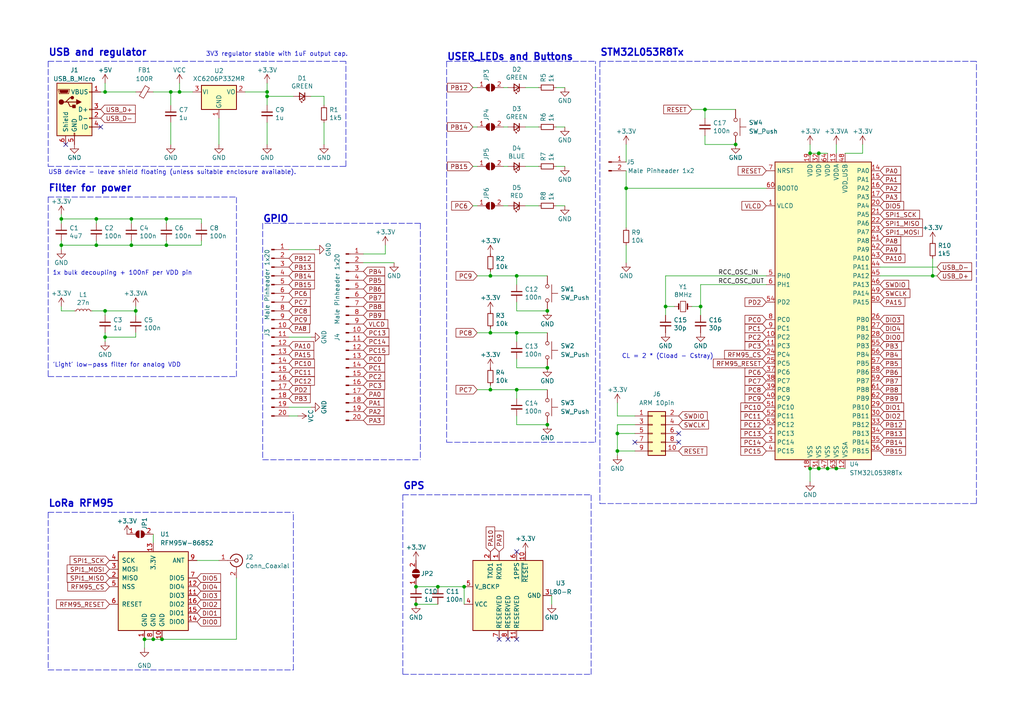
<source format=kicad_sch>
(kicad_sch (version 20211123) (generator eeschema)
  (paper "A4")
  (junction (at 134.62 170.18))
  (junction (at 234.95 135.89))
  (junction (at 237.49 135.89))
  (junction (at 46.99 185.42))
  (junction (at 158.75 90.17))
  (junction (at 213.36 41.91))
  (junction (at 38.1 63.5))
  (junction (at 48.26 71.12))
  (junction (at 49.53 26.67))
  (junction (at 142.24 96.52))
  (junction (at 30.48 26.67))
  (junction (at 48.26 63.5))
  (junction (at 234.95 44.45))
  (junction (at 120.65 170.18))
  (junction (at 242.57 135.89))
  (junction (at 158.75 123.19))
  (junction (at 120.65 175.26))
  (junction (at 179.07 130.81))
  (junction (at 149.86 80.01))
  (junction (at 203.2 88.9))
  (junction (at 38.1 71.12))
  (junction (at 52.07 26.67))
  (junction (at 27.94 63.5))
  (junction (at 39.37 90.17))
  (junction (at 30.48 97.79))
  (junction (at 181.61 54.61))
  (junction (at 77.47 27.94))
  (junction (at 30.48 90.17))
  (junction (at 127 170.18))
  (junction (at 27.94 71.12))
  (junction (at 270.51 80.01))
  (junction (at 142.24 113.03))
  (junction (at 149.86 96.52))
  (junction (at 158.75 106.68))
  (junction (at 17.78 63.5))
  (junction (at 142.24 80.01))
  (junction (at 17.78 71.12))
  (junction (at 240.03 135.89))
  (junction (at 77.47 26.67))
  (junction (at 149.86 113.03))
  (junction (at 44.45 185.42))
  (junction (at 193.04 88.9))
  (junction (at 237.49 44.45))
  (junction (at 41.91 185.42))
  (junction (at 179.07 125.73))
  (junction (at 204.47 31.75))
  (no_connect (at 184.15 128.27))
  (no_connect (at 149.86 185.42))
  (no_connect (at 149.86 160.02))
  (no_connect (at 19.05 41.91))
  (no_connect (at 144.78 185.42))
  (no_connect (at 196.85 128.27))
  (no_connect (at 196.85 125.73))
  (no_connect (at 147.32 185.42))
  (no_connect (at 29.21 36.83))
  (wire (pts (xy 26.67 90.17) (xy 30.48 90.17)))
  (wire (pts (xy 149.86 80.01) (xy 149.86 82.55)))
  (wire (pts (xy 134.62 170.18) (xy 134.62 175.26)))
  (wire (pts (xy 142.24 78.74) (xy 142.24 80.01)))
  (wire (pts (xy 27.94 71.12) (xy 38.1 71.12)))
  (wire (pts (xy 271.78 80.01) (xy 270.51 80.01)))
  (wire (pts (xy 93.98 27.94) (xy 90.17 27.94)))
  (wire (pts (xy 71.12 26.67) (xy 77.47 26.67)))
  (wire (pts (xy 137.16 25.4) (xy 138.43 25.4)))
  (wire (pts (xy 48.26 69.85) (xy 48.26 71.12)))
  (wire (pts (xy 93.98 41.91) (xy 93.98 35.56)))
  (wire (pts (xy 149.86 90.17) (xy 158.75 90.17)))
  (wire (pts (xy 149.86 104.14) (xy 149.86 106.68)))
  (wire (pts (xy 179.07 132.08) (xy 179.07 130.81)))
  (wire (pts (xy 149.86 96.52) (xy 149.86 99.06)))
  (wire (pts (xy 83.82 97.79) (xy 90.17 97.79)))
  (polyline (pts (xy 13.97 194.31) (xy 85.09 194.31)))
  (wire (pts (xy 48.26 71.12) (xy 58.42 71.12)))
  (polyline (pts (xy 76.2 64.77) (xy 76.2 133.35)))
  (wire (pts (xy 77.47 24.13) (xy 77.47 26.67)))
  (wire (pts (xy 138.43 113.03) (xy 142.24 113.03)))
  (wire (pts (xy 245.11 44.45) (xy 250.19 44.45)))
  (wire (pts (xy 137.16 48.26) (xy 138.43 48.26)))
  (wire (pts (xy 222.25 54.61) (xy 181.61 54.61)))
  (wire (pts (xy 242.57 41.91) (xy 242.57 44.45)))
  (wire (pts (xy 149.86 123.19) (xy 158.75 123.19)))
  (wire (pts (xy 142.24 111.76) (xy 142.24 113.03)))
  (wire (pts (xy 30.48 26.67) (xy 29.21 26.67)))
  (wire (pts (xy 49.53 41.91) (xy 49.53 35.56)))
  (wire (pts (xy 39.37 88.9) (xy 39.37 90.17)))
  (wire (pts (xy 57.15 162.56) (xy 63.5 162.56)))
  (wire (pts (xy 27.94 63.5) (xy 17.78 63.5)))
  (wire (pts (xy 200.66 31.75) (xy 204.47 31.75)))
  (polyline (pts (xy 173.99 17.78) (xy 173.99 146.05)))
  (wire (pts (xy 158.75 80.01) (xy 149.86 80.01)))
  (wire (pts (xy 120.65 170.18) (xy 127 170.18)))
  (wire (pts (xy 237.49 135.89) (xy 240.03 135.89)))
  (wire (pts (xy 204.47 31.75) (xy 213.36 31.75)))
  (wire (pts (xy 179.07 125.73) (xy 184.15 125.73)))
  (wire (pts (xy 44.45 185.42) (xy 46.99 185.42)))
  (wire (pts (xy 161.29 48.26) (xy 163.83 48.26)))
  (wire (pts (xy 234.95 41.91) (xy 234.95 44.45)))
  (wire (pts (xy 179.07 125.73) (xy 179.07 130.81)))
  (wire (pts (xy 149.86 106.68) (xy 158.75 106.68)))
  (wire (pts (xy 17.78 63.5) (xy 17.78 64.77)))
  (wire (pts (xy 204.47 39.37) (xy 204.47 41.91)))
  (wire (pts (xy 77.47 26.67) (xy 77.47 27.94)))
  (wire (pts (xy 193.04 88.9) (xy 195.58 88.9)))
  (wire (pts (xy 149.86 120.65) (xy 149.86 123.19)))
  (wire (pts (xy 271.78 77.47) (xy 255.27 77.47)))
  (polyline (pts (xy 129.54 17.78) (xy 172.72 17.78)))
  (wire (pts (xy 39.37 26.67) (xy 30.48 26.67)))
  (wire (pts (xy 17.78 90.17) (xy 21.59 90.17)))
  (wire (pts (xy 138.43 96.52) (xy 142.24 96.52)))
  (wire (pts (xy 142.24 96.52) (xy 149.86 96.52)))
  (wire (pts (xy 58.42 64.77) (xy 58.42 63.5)))
  (wire (pts (xy 137.16 59.69) (xy 138.43 59.69)))
  (wire (pts (xy 52.07 24.13) (xy 52.07 26.67)))
  (polyline (pts (xy 173.99 146.05) (xy 283.21 146.05)))
  (polyline (pts (xy 100.33 48.26) (xy 100.33 17.78)))
  (wire (pts (xy 146.05 59.69) (xy 147.32 59.69)))
  (wire (pts (xy 44.45 154.94) (xy 44.45 157.48)))
  (wire (pts (xy 204.47 41.91) (xy 213.36 41.91)))
  (polyline (pts (xy 129.54 128.27) (xy 172.72 128.27)))
  (polyline (pts (xy 116.84 143.51) (xy 116.84 195.58)))
  (wire (pts (xy 41.91 185.42) (xy 41.91 187.96)))
  (wire (pts (xy 138.43 80.01) (xy 142.24 80.01)))
  (wire (pts (xy 161.29 59.69) (xy 163.83 59.69)))
  (polyline (pts (xy 13.97 57.15) (xy 68.58 57.15)))
  (polyline (pts (xy 13.97 109.22) (xy 68.58 109.22)))
  (wire (pts (xy 152.4 48.26) (xy 156.21 48.26)))
  (polyline (pts (xy 68.58 109.22) (xy 68.58 57.15)))
  (wire (pts (xy 250.19 44.45) (xy 250.19 41.91)))
  (wire (pts (xy 161.29 36.83) (xy 163.83 36.83)))
  (wire (pts (xy 77.47 41.91) (xy 77.47 35.56)))
  (wire (pts (xy 181.61 41.91) (xy 181.61 46.99)))
  (wire (pts (xy 17.78 62.23) (xy 17.78 63.5)))
  (wire (pts (xy 41.91 185.42) (xy 44.45 185.42)))
  (wire (pts (xy 17.78 69.85) (xy 17.78 71.12)))
  (wire (pts (xy 234.95 44.45) (xy 237.49 44.45)))
  (wire (pts (xy 160.02 172.72) (xy 160.02 175.26)))
  (polyline (pts (xy 13.97 17.78) (xy 100.33 17.78)))
  (wire (pts (xy 137.16 36.83) (xy 138.43 36.83)))
  (wire (pts (xy 17.78 71.12) (xy 17.78 72.39)))
  (wire (pts (xy 39.37 90.17) (xy 30.48 90.17)))
  (wire (pts (xy 181.61 76.2) (xy 181.61 71.12)))
  (wire (pts (xy 193.04 80.01) (xy 193.04 88.9)))
  (polyline (pts (xy 129.54 17.78) (xy 129.54 128.27)))
  (polyline (pts (xy 283.21 146.05) (xy 283.21 17.78)))
  (wire (pts (xy 58.42 69.85) (xy 58.42 71.12)))
  (wire (pts (xy 149.86 113.03) (xy 149.86 115.57)))
  (wire (pts (xy 55.88 26.67) (xy 52.07 26.67)))
  (polyline (pts (xy 13.97 48.26) (xy 100.33 48.26)))
  (wire (pts (xy 30.48 99.06) (xy 30.48 97.79)))
  (wire (pts (xy 93.98 30.48) (xy 93.98 27.94)))
  (polyline (pts (xy 13.97 148.59) (xy 85.09 148.59)))
  (polyline (pts (xy 13.97 17.78) (xy 13.97 48.26)))
  (wire (pts (xy 240.03 135.89) (xy 242.57 135.89)))
  (wire (pts (xy 38.1 64.77) (xy 38.1 63.5)))
  (wire (pts (xy 158.75 96.52) (xy 149.86 96.52)))
  (wire (pts (xy 68.58 185.42) (xy 46.99 185.42)))
  (wire (pts (xy 68.58 167.64) (xy 68.58 185.42)))
  (wire (pts (xy 234.95 135.89) (xy 237.49 135.89)))
  (wire (pts (xy 270.51 74.93) (xy 270.51 80.01)))
  (wire (pts (xy 234.95 135.89) (xy 234.95 139.7)))
  (wire (pts (xy 127 170.18) (xy 134.62 170.18)))
  (wire (pts (xy 85.09 27.94) (xy 77.47 27.94)))
  (wire (pts (xy 242.57 135.89) (xy 245.11 135.89)))
  (polyline (pts (xy 116.84 195.58) (xy 171.45 195.58)))
  (wire (pts (xy 38.1 69.85) (xy 38.1 71.12)))
  (wire (pts (xy 181.61 54.61) (xy 181.61 66.04)))
  (wire (pts (xy 30.48 96.52) (xy 30.48 97.79)))
  (polyline (pts (xy 171.45 195.58) (xy 171.45 143.51)))
  (wire (pts (xy 38.1 63.5) (xy 27.94 63.5)))
  (polyline (pts (xy 76.2 133.35) (xy 121.92 133.35)))
  (polyline (pts (xy 121.92 64.77) (xy 76.2 64.77)))
  (wire (pts (xy 142.24 95.25) (xy 142.24 96.52)))
  (wire (pts (xy 111.76 73.66) (xy 105.41 73.66)))
  (polyline (pts (xy 121.92 64.77) (xy 121.92 133.35)))
  (wire (pts (xy 52.07 26.67) (xy 49.53 26.67)))
  (wire (pts (xy 49.53 26.67) (xy 49.53 30.48)))
  (wire (pts (xy 38.1 71.12) (xy 48.26 71.12)))
  (wire (pts (xy 111.76 71.12) (xy 111.76 73.66)))
  (wire (pts (xy 146.05 48.26) (xy 147.32 48.26)))
  (wire (pts (xy 203.2 82.55) (xy 222.25 82.55)))
  (wire (pts (xy 179.07 123.19) (xy 179.07 125.73)))
  (wire (pts (xy 181.61 49.53) (xy 181.61 54.61)))
  (wire (pts (xy 203.2 91.44) (xy 203.2 88.9)))
  (wire (pts (xy 77.47 27.94) (xy 77.47 30.48)))
  (wire (pts (xy 203.2 88.9) (xy 203.2 82.55)))
  (wire (pts (xy 27.94 71.12) (xy 27.94 69.85)))
  (wire (pts (xy 63.5 41.91) (xy 63.5 34.29)))
  (wire (pts (xy 86.36 120.65) (xy 83.82 120.65)))
  (wire (pts (xy 142.24 113.03) (xy 149.86 113.03)))
  (wire (pts (xy 44.45 26.67) (xy 49.53 26.67)))
  (polyline (pts (xy 116.84 143.51) (xy 171.45 143.51)))
  (wire (pts (xy 30.48 24.13) (xy 30.48 26.67)))
  (wire (pts (xy 48.26 63.5) (xy 38.1 63.5)))
  (wire (pts (xy 158.75 113.03) (xy 149.86 113.03)))
  (wire (pts (xy 146.05 25.4) (xy 147.32 25.4)))
  (wire (pts (xy 222.25 80.01) (xy 193.04 80.01)))
  (polyline (pts (xy 173.99 17.78) (xy 283.21 17.78)))
  (wire (pts (xy 58.42 63.5) (xy 48.26 63.5)))
  (wire (pts (xy 17.78 88.9) (xy 17.78 90.17)))
  (wire (pts (xy 149.86 87.63) (xy 149.86 90.17)))
  (polyline (pts (xy 13.97 57.15) (xy 13.97 109.22)))
  (polyline (pts (xy 172.72 128.27) (xy 172.72 17.78)))
  (wire (pts (xy 161.29 25.4) (xy 163.83 25.4)))
  (wire (pts (xy 83.82 72.39) (xy 91.44 72.39)))
  (wire (pts (xy 204.47 34.29) (xy 204.47 31.75)))
  (wire (pts (xy 152.4 59.69) (xy 156.21 59.69)))
  (wire (pts (xy 200.66 88.9) (xy 203.2 88.9)))
  (wire (pts (xy 39.37 91.44) (xy 39.37 90.17)))
  (polyline (pts (xy 85.09 194.31) (xy 85.09 148.59)))
  (wire (pts (xy 142.24 80.01) (xy 149.86 80.01)))
  (wire (pts (xy 179.07 130.81) (xy 184.15 130.81)))
  (wire (pts (xy 30.48 91.44) (xy 30.48 90.17)))
  (wire (pts (xy 152.4 36.83) (xy 156.21 36.83)))
  (wire (pts (xy 114.3 76.2) (xy 105.41 76.2)))
  (wire (pts (xy 120.65 175.26) (xy 127 175.26)))
  (wire (pts (xy 237.49 44.45) (xy 240.03 44.45)))
  (wire (pts (xy 27.94 63.5) (xy 27.94 64.77)))
  (wire (pts (xy 179.07 116.84) (xy 179.07 120.65)))
  (wire (pts (xy 179.07 120.65) (xy 184.15 120.65)))
  (wire (pts (xy 30.48 97.79) (xy 39.37 97.79)))
  (wire (pts (xy 146.05 36.83) (xy 147.32 36.83)))
  (wire (pts (xy 152.4 25.4) (xy 156.21 25.4)))
  (wire (pts (xy 90.17 118.11) (xy 83.82 118.11)))
  (wire (pts (xy 255.27 80.01) (xy 270.51 80.01)))
  (wire (pts (xy 39.37 97.79) (xy 39.37 96.52)))
  (wire (pts (xy 193.04 91.44) (xy 193.04 88.9)))
  (polyline (pts (xy 13.97 148.59) (xy 13.97 194.31)))
  (wire (pts (xy 17.78 71.12) (xy 27.94 71.12)))
  (wire (pts (xy 48.26 64.77) (xy 48.26 63.5)))
  (wire (pts (xy 184.15 123.19) (xy 179.07 123.19)))
  (text "GPS" (at 116.84 142.24 0) (effects (font (size 2.0066 2.0066) (thickness 0.4013) bold) (justify left bottom)))
  (text "CL = 2 * (Cload - Cstray)" (at 180.34 104.14 0) (effects (font (size 1.27 1.27)) (justify left bottom)))
  (text "3V3 regulator stable with 1uF output cap." (at 59.69 16.51 0) (effects (font (size 1.27 1.27)) (justify left bottom)))
  (text "Filter for power\n" (at 13.97 55.88 0) (effects (font (size 2.0066 2.0066) (thickness 0.4013) bold) (justify left bottom)))
  (text "USB and regulator" (at 13.97 16.51 0) (effects (font (size 2.0066 2.0066) (thickness 0.4013) bold) (justify left bottom)))
  (text "1x bulk decoupling + 100nF per VDD pin" (at 15.24 80.01 0) (effects (font (size 1.27 1.27)) (justify left bottom)))
  (text "LoRa RFM95\n" (at 13.97 147.32 0) (effects (font (size 2.0066 2.0066) (thickness 0.4013) bold) (justify left bottom)))
  (text "USER_LEDs and Buttons" (at 129.54 17.78 0) (effects (font (size 2.0066 2.0066) (thickness 0.4013) bold) (justify left bottom)))
  (text "'Light' low-pass filter for analog VDD" (at 15.24 106.68 0) (effects (font (size 1.27 1.27)) (justify left bottom)))
  (text "STM32L053R8Tx" (at 173.99 16.51 0) (effects (font (size 2.0066 2.0066) (thickness 0.4013) bold) (justify left bottom)))
  (text "USB device - leave shield floating (unless suitable enclosure available)." (at 13.97 50.8 0) (effects (font (size 1.27 1.27)) (justify left bottom)))
  (text "GPIO" (at 76.2 64.77 0) (effects (font (size 2.0066 2.0066) (thickness 0.4013) bold) (justify left bottom)))
  (label "RCC_OSC_IN" (at 208.28 80.01 0))
  (label "RCC_OSC_OUT" (at 208.28 82.55 0))
  (global_label "PB12" (shape input) (at 137.16 25.4 180) (property "Intersheet References" "${INTERSHEET_REFS}" (effects hide)))
  (global_label "PB12" (shape input) (at 255.27 123.19 0) (property "Intersheet References" "${INTERSHEET_REFS}" (effects hide)))
  (global_label "PB9" (shape input) (at 255.27 115.57 0) (property "Intersheet References" "${INTERSHEET_REFS}" (effects hide)))
  (global_label "PC15" (shape input) (at 105.41 101.6 0) (property "Intersheet References" "${INTERSHEET_REFS}" (effects hide)))
  (global_label "DIO1" (shape input) (at 57.15 177.8 0) (property "Intersheet References" "${INTERSHEET_REFS}" (effects hide)))
  (global_label "PB3" (shape input) (at 83.82 115.57 0) (property "Intersheet References" "${INTERSHEET_REFS}" (effects hide)))
  (global_label "PA8" (shape input) (at 255.27 69.85 0) (property "Intersheet References" "${INTERSHEET_REFS}" (effects hide)))
  (global_label "DIO5" (shape input) (at 255.27 59.69 0) (property "Intersheet References" "${INTERSHEET_REFS}" (effects hide)))
  (global_label "PA8" (shape input) (at 83.82 95.25 0) (property "Intersheet References" "${INTERSHEET_REFS}" (effects hide)))
  (global_label "PB7" (shape input) (at 105.41 86.36 0) (property "Intersheet References" "${INTERSHEET_REFS}" (effects hide)))
  (global_label "PC7" (shape input) (at 138.43 113.03 180) (property "Intersheet References" "${INTERSHEET_REFS}" (effects hide)))
  (global_label "PA0" (shape input) (at 255.27 49.53 0) (property "Intersheet References" "${INTERSHEET_REFS}" (effects hide)))
  (global_label "PB7" (shape input) (at 255.27 110.49 0) (property "Intersheet References" "${INTERSHEET_REFS}" (effects hide)))
  (global_label "RFM95_CS" (shape input) (at 222.25 102.87 180) (property "Intersheet References" "${INTERSHEET_REFS}" (effects hide)))
  (global_label "PB12" (shape input) (at 83.82 74.93 0) (property "Intersheet References" "${INTERSHEET_REFS}" (effects hide)))
  (global_label "PC1" (shape input) (at 105.41 106.68 0) (property "Intersheet References" "${INTERSHEET_REFS}" (effects hide)))
  (global_label "RESET" (shape input) (at 196.85 130.81 0) (property "Intersheet References" "${INTERSHEET_REFS}" (effects hide)))
  (global_label "SPI1_MOSI" (shape input) (at 255.27 67.31 0) (property "Intersheet References" "${INTERSHEET_REFS}" (effects hide)))
  (global_label "PA9" (shape input) (at 144.78 160.02 90) (property "Intersheet References" "${INTERSHEET_REFS}" (effects hide)))
  (global_label "PC10" (shape input) (at 83.82 105.41 0) (property "Intersheet References" "${INTERSHEET_REFS}" (effects hide)))
  (global_label "PD2" (shape input) (at 83.82 113.03 0) (property "Intersheet References" "${INTERSHEET_REFS}" (effects hide)))
  (global_label "RFM95_RESET" (shape input) (at 222.25 105.41 180) (property "Intersheet References" "${INTERSHEET_REFS}" (effects hide)))
  (global_label "VLCD" (shape input) (at 105.41 93.98 0) (property "Intersheet References" "${INTERSHEET_REFS}" (effects hide)))
  (global_label "SPI1_SCK" (shape input) (at 31.75 162.56 180) (property "Intersheet References" "${INTERSHEET_REFS}" (effects hide)))
  (global_label "PC2" (shape input) (at 105.41 109.22 0) (property "Intersheet References" "${INTERSHEET_REFS}" (effects hide)))
  (global_label "DIO2" (shape input) (at 255.27 120.65 0) (property "Intersheet References" "${INTERSHEET_REFS}" (effects hide)))
  (global_label "PC6" (shape input) (at 83.82 85.09 0) (property "Intersheet References" "${INTERSHEET_REFS}" (effects hide)))
  (global_label "PB14" (shape input) (at 255.27 128.27 0) (property "Intersheet References" "${INTERSHEET_REFS}" (effects hide)))
  (global_label "USB_D-" (shape input) (at 29.21 34.29 0) (property "Intersheet References" "${INTERSHEET_REFS}" (effects hide)))
  (global_label "PA15" (shape input) (at 83.82 102.87 0) (property "Intersheet References" "${INTERSHEET_REFS}" (effects hide)))
  (global_label "PA1" (shape input) (at 105.41 116.84 0) (property "Intersheet References" "${INTERSHEET_REFS}" (effects hide)))
  (global_label "PC14" (shape input) (at 105.41 99.06 0) (property "Intersheet References" "${INTERSHEET_REFS}" (effects hide)))
  (global_label "RESET" (shape input) (at 222.25 49.53 180) (property "Intersheet References" "${INTERSHEET_REFS}" (effects hide)))
  (global_label "PA10" (shape input) (at 142.24 160.02 90) (property "Intersheet References" "${INTERSHEET_REFS}" (effects hide)))
  (global_label "PC8" (shape input) (at 222.25 113.03 180) (property "Intersheet References" "${INTERSHEET_REFS}" (effects hide)))
  (global_label "SPI1_MISO" (shape input) (at 255.27 64.77 0) (property "Intersheet References" "${INTERSHEET_REFS}" (effects hide)))
  (global_label "PB9" (shape input) (at 105.41 91.44 0) (property "Intersheet References" "${INTERSHEET_REFS}" (effects hide)))
  (global_label "DIO2" (shape input) (at 57.15 175.26 0) (property "Intersheet References" "${INTERSHEET_REFS}" (effects hide)))
  (global_label "DIO3" (shape input) (at 255.27 92.71 0) (property "Intersheet References" "${INTERSHEET_REFS}" (effects hide)))
  (global_label "RESET" (shape input) (at 200.66 31.75 180) (property "Intersheet References" "${INTERSHEET_REFS}" (effects hide)))
  (global_label "PC0" (shape input) (at 222.25 92.71 180) (property "Intersheet References" "${INTERSHEET_REFS}" (effects hide)))
  (global_label "PC10" (shape input) (at 222.25 118.11 180) (property "Intersheet References" "${INTERSHEET_REFS}" (effects hide)))
  (global_label "PA3" (shape input) (at 105.41 121.92 0) (property "Intersheet References" "${INTERSHEET_REFS}" (effects hide)))
  (global_label "PA2" (shape input) (at 255.27 54.61 0) (property "Intersheet References" "${INTERSHEET_REFS}" (effects hide)))
  (global_label "PB8" (shape input) (at 105.41 88.9 0) (property "Intersheet References" "${INTERSHEET_REFS}" (effects hide)))
  (global_label "VLCD" (shape input) (at 222.25 59.69 180) (property "Intersheet References" "${INTERSHEET_REFS}" (effects hide)))
  (global_label "PA0" (shape input) (at 105.41 114.3 0) (property "Intersheet References" "${INTERSHEET_REFS}" (effects hide)))
  (global_label "PB5" (shape input) (at 255.27 105.41 0) (property "Intersheet References" "${INTERSHEET_REFS}" (effects hide)))
  (global_label "PA10" (shape input) (at 83.82 100.33 0) (property "Intersheet References" "${INTERSHEET_REFS}" (effects hide)))
  (global_label "PC9" (shape input) (at 83.82 92.71 0) (property "Intersheet References" "${INTERSHEET_REFS}" (effects hide)))
  (global_label "USB_D+" (shape input) (at 271.78 80.01 0) (property "Intersheet References" "${INTERSHEET_REFS}" (effects hide)))
  (global_label "PC11" (shape input) (at 222.25 120.65 180) (property "Intersheet References" "${INTERSHEET_REFS}" (effects hide)))
  (global_label "PC12" (shape input) (at 83.82 110.49 0) (property "Intersheet References" "${INTERSHEET_REFS}" (effects hide)))
  (global_label "DIO0" (shape input) (at 255.27 97.79 0) (property "Intersheet References" "${INTERSHEET_REFS}" (effects hide)))
  (global_label "DIO4" (shape input) (at 57.15 170.18 0) (property "Intersheet References" "${INTERSHEET_REFS}" (effects hide)))
  (global_label "PC6" (shape input) (at 137.16 59.69 180) (property "Intersheet References" "${INTERSHEET_REFS}" (effects hide)))
  (global_label "PC15" (shape input) (at 222.25 130.81 180) (property "Intersheet References" "${INTERSHEET_REFS}" (effects hide)))
  (global_label "PC3" (shape input) (at 222.25 100.33 180) (property "Intersheet References" "${INTERSHEET_REFS}" (effects hide)))
  (global_label "RFM95_CS" (shape input) (at 31.75 170.18 180) (property "Intersheet References" "${INTERSHEET_REFS}" (effects hide)))
  (global_label "PC9" (shape input) (at 222.25 115.57 180) (property "Intersheet References" "${INTERSHEET_REFS}" (effects hide)))
  (global_label "PC11" (shape input) (at 83.82 107.95 0) (property "Intersheet References" "${INTERSHEET_REFS}" (effects hide)))
  (global_label "PC7" (shape input) (at 83.82 87.63 0) (property "Intersheet References" "${INTERSHEET_REFS}" (effects hide)))
  (global_label "PA15" (shape input) (at 255.27 87.63 0) (property "Intersheet References" "${INTERSHEET_REFS}" (effects hide)))
  (global_label "PB6" (shape input) (at 105.41 83.82 0) (property "Intersheet References" "${INTERSHEET_REFS}" (effects hide)))
  (global_label "RFM95_RESET" (shape input) (at 31.75 175.26 180) (property "Intersheet References" "${INTERSHEET_REFS}" (effects hide)))
  (global_label "PB6" (shape input) (at 255.27 107.95 0) (property "Intersheet References" "${INTERSHEET_REFS}" (effects hide)))
  (global_label "PC13" (shape input) (at 105.41 96.52 0) (property "Intersheet References" "${INTERSHEET_REFS}" (effects hide)))
  (global_label "DIO3" (shape input) (at 57.15 172.72 0) (property "Intersheet References" "${INTERSHEET_REFS}" (effects hide)))
  (global_label "PC1" (shape input) (at 222.25 95.25 180) (property "Intersheet References" "${INTERSHEET_REFS}" (effects hide)))
  (global_label "PA3" (shape input) (at 255.27 57.15 0) (property "Intersheet References" "${INTERSHEET_REFS}" (effects hide)))
  (global_label "PC0" (shape input) (at 105.41 104.14 0) (property "Intersheet References" "${INTERSHEET_REFS}" (effects hide)))
  (global_label "DIO0" (shape input) (at 57.15 180.34 0) (property "Intersheet References" "${INTERSHEET_REFS}" (effects hide)))
  (global_label "PB5" (shape input) (at 105.41 81.28 0) (property "Intersheet References" "${INTERSHEET_REFS}" (effects hide)))
  (global_label "PC9" (shape input) (at 138.43 80.01 180) (property "Intersheet References" "${INTERSHEET_REFS}" (effects hide)))
  (global_label "SWDIO" (shape input) (at 255.27 82.55 0) (property "Intersheet References" "${INTERSHEET_REFS}" (effects hide)))
  (global_label "SPI1_SCK" (shape input) (at 255.27 62.23 0) (property "Intersheet References" "${INTERSHEET_REFS}" (effects hide)))
  (global_label "PA10" (shape input) (at 255.27 74.93 0) (property "Intersheet References" "${INTERSHEET_REFS}" (effects hide)))
  (global_label "PB14" (shape input) (at 83.82 80.01 0) (property "Intersheet References" "${INTERSHEET_REFS}" (effects hide)))
  (global_label "PB13" (shape input) (at 83.82 77.47 0) (property "Intersheet References" "${INTERSHEET_REFS}" (effects hide)))
  (global_label "PB15" (shape input) (at 137.16 48.26 180) (property "Intersheet References" "${INTERSHEET_REFS}" (effects hide)))
  (global_label "DIO1" (shape input) (at 255.27 118.11 0) (property "Intersheet References" "${INTERSHEET_REFS}" (effects hide)))
  (global_label "PA1" (shape input) (at 255.27 52.07 0) (property "Intersheet References" "${INTERSHEET_REFS}" (effects hide)))
  (global_label "PC14" (shape input) (at 222.25 128.27 180) (property "Intersheet References" "${INTERSHEET_REFS}" (effects hide)))
  (global_label "DIO5" (shape input) (at 57.15 167.64 0) (property "Intersheet References" "${INTERSHEET_REFS}" (effects hide)))
  (global_label "PA2" (shape input) (at 105.41 119.38 0) (property "Intersheet References" "${INTERSHEET_REFS}" (effects hide)))
  (global_label "PB15" (shape input) (at 83.82 82.55 0) (property "Intersheet References" "${INTERSHEET_REFS}" (effects hide)))
  (global_label "SWCLK" (shape input) (at 255.27 85.09 0) (property "Intersheet References" "${INTERSHEET_REFS}" (effects hide)))
  (global_label "USB_D-" (shape input) (at 271.78 77.47 0) (property "Intersheet References" "${INTERSHEET_REFS}" (effects hide)))
  (global_label "PB3" (shape input) (at 255.27 100.33 0) (property "Intersheet References" "${INTERSHEET_REFS}" (effects hide)))
  (global_label "PC2" (shape input) (at 222.25 97.79 180) (property "Intersheet References" "${INTERSHEET_REFS}" (effects hide)))
  (global_label "PC6" (shape input) (at 222.25 107.95 180) (property "Intersheet References" "${INTERSHEET_REFS}" (effects hide)))
  (global_label "PB4" (shape input) (at 255.27 102.87 0) (property "Intersheet References" "${INTERSHEET_REFS}" (effects hide)))
  (global_label "PC8" (shape input) (at 138.43 96.52 180) (property "Intersheet References" "${INTERSHEET_REFS}" (effects hide)))
  (global_label "PB4" (shape input) (at 105.41 78.74 0) (property "Intersheet References" "${INTERSHEET_REFS}" (effects hide)))
  (global_label "PC3" (shape input) (at 105.41 111.76 0) (property "Intersheet References" "${INTERSHEET_REFS}" (effects hide)))
  (global_label "PA9" (shape input) (at 255.27 72.39 0) (property "Intersheet References" "${INTERSHEET_REFS}" (effects hide)))
  (global_label "SWCLK" (shape input) (at 196.85 123.19 0) (property "Intersheet References" "${INTERSHEET_REFS}" (effects hide)))
  (global_label "PC8" (shape input) (at 83.82 90.17 0) (property "Intersheet References" "${INTERSHEET_REFS}" (effects hide)))
  (global_label "PD2" (shape input) (at 222.25 87.63 180) (property "Intersheet References" "${INTERSHEET_REFS}" (effects hide)))
  (global_label "PC7" (shape input) (at 222.25 110.49 180) (property "Intersheet References" "${INTERSHEET_REFS}" (effects hide)))
  (global_label "PC13" (shape input) (at 222.25 125.73 180) (property "Intersheet References" "${INTERSHEET_REFS}" (effects hide)))
  (global_label "SPI1_MOSI" (shape input) (at 31.75 165.1 180) (property "Intersheet References" "${INTERSHEET_REFS}" (effects hide)))
  (global_label "PC12" (shape input) (at 222.25 123.19 180) (property "Intersheet References" "${INTERSHEET_REFS}" (effects hide)))
  (global_label "USB_D+" (shape input) (at 29.21 31.75 0) (property "Intersheet References" "${INTERSHEET_REFS}" (effects hide)))
  (global_label "DIO4" (shape input) (at 255.27 95.25 0) (property "Intersheet References" "${INTERSHEET_REFS}" (effects hide)))
  (global_label "SWDIO" (shape input) (at 196.85 120.65 0) (property "Intersheet References" "${INTERSHEET_REFS}" (effects hide)))
  (global_label "PB14" (shape input) (at 137.16 36.83 180) (property "Intersheet References" "${INTERSHEET_REFS}" (effects hide)))
  (global_label "PB15" (shape input) (at 255.27 130.81 0) (property "Intersheet References" "${INTERSHEET_REFS}" (effects hide)))
  (global_label "PB8" (shape input) (at 255.27 113.03 0) (property "Intersheet References" "${INTERSHEET_REFS}" (effects hide)))
  (global_label "PB13" (shape input) (at 255.27 125.73 0) (property "Intersheet References" "${INTERSHEET_REFS}" (effects hide)))
  (global_label "SPI1_MISO" (shape input) (at 31.75 167.64 180) (property "Intersheet References" "${INTERSHEET_REFS}" (effects hide)))
  (symbol (lib_id "Device:C_Small") (at 120.65 172.72 0) (unit 1)
    (property "Reference" "C10" (at 122.9868 171.5516 0) (effects (justify left)))
    (property "Value" "1u" (at 122.9868 173.863 0) (effects (justify left)))
    (property "Footprint" "Capacitor_SMD:C_0603_1608Metric" (effects hide))
    (property "LCSC Part #" "C52923" (effects hide))
  )
  (symbol (lib_id "Device:C_Small") (at 38.1 67.31 0) (unit 1)
    (property "Reference" "C4" (at 40.4368 66.1416 0) (effects (justify left)))
    (property "Value" "100n" (at 40.4368 68.453 0) (effects (justify left)))
    (property "Footprint" "Capacitor_SMD:C_0603_1608Metric" (effects hide))
    (property "LCSC Part #" "C1525" (effects hide))
  )
  (symbol (lib_id "power:GND") (at 30.48 99.06 0) (unit 1)
    (property "Reference" "#PWR0141" (effects hide))
    (property "Value" "GND" (at 30.48 102.87 0))
  )
  (symbol (lib_id "Device:LED_Small") (at 149.86 36.83 180) (unit 1)
    (property "Reference" "D3" (at 149.86 31.5722 0))
    (property "Value" "GREEN" (at 149.86 33.8836 0))
    (property "Footprint" "LED_SMD:LED_0603_1608Metric" (effects hide))
    (property "LCSC Part #" "C72041" (effects hide))
  )
  (symbol (lib_id "Device:LED_Small") (at 149.86 59.69 180) (unit 1)
    (property "Reference" "D5" (at 149.86 54.4322 0))
    (property "Value" "RED" (at 149.86 56.7436 0))
    (property "Footprint" "LED_SMD:LED_0603_1608Metric" (effects hide))
    (property "LCSC Part #" "C72041" (effects hide))
  )
  (symbol (lib_id "Device:R_Small") (at 142.24 92.71 0) (unit 1)
    (property "Reference" "R3" (at 143.7386 91.5416 0) (effects (justify left)))
    (property "Value" "10k" (at 143.7386 93.853 0) (effects (justify left)))
    (property "Footprint" "Resistor_SMD:R_0603_1608Metric" (effects hide))
    (property "LCSC Part #" "C25744" (effects hide))
  )
  (symbol (lib_id "Device:R_Small") (at 158.75 25.4 90) (unit 1)
    (property "Reference" "R5" (at 157.5816 23.9014 0) (effects (justify left)))
    (property "Value" "1k" (at 159.893 23.9014 0) (effects (justify left)))
    (property "Footprint" "Resistor_SMD:R_0603_1608Metric" (effects hide))
    (property "LCSC Part #" "C22843" (effects hide))
  )
  (symbol (lib_id "power:GND") (at 90.17 118.11 90) (unit 1)
    (property "Reference" "#PWR0146" (effects hide))
    (property "Value" "GND" (at 93.98 118.11 0))
  )
  (symbol (lib_id "Device:C_Small") (at 204.47 36.83 0) (unit 1)
    (property "Reference" "C17" (at 206.8068 35.6616 0) (effects (justify left)))
    (property "Value" "100n" (at 206.8068 37.973 0) (effects (justify left)))
    (property "Footprint" "Capacitor_SMD:C_0603_1608Metric" (effects hide))
    (property "LCSC Part #" "C1525" (effects hide))
  )
  (symbol (lib_id "Device:C_Small") (at 58.42 67.31 0) (unit 1)
    (property "Reference" "C8" (at 60.7568 66.1416 0) (effects (justify left)))
    (property "Value" "100n" (at 60.7568 68.453 0) (effects (justify left)))
    (property "Footprint" "Capacitor_SMD:C_0603_1608Metric" (effects hide))
    (property "LCSC Part #" "C1525" (effects hide))
  )
  (symbol (lib_id "Device:C_Small") (at 39.37 93.98 0) (unit 1)
    (property "Reference" "C5" (at 41.7068 92.8116 0) (effects (justify left)))
    (property "Value" "100n" (at 41.7068 95.123 0) (effects (justify left)))
    (property "Footprint" "Capacitor_SMD:C_0603_1608Metric" (effects hide))
    (property "LCSC Part #" "C1525" (effects hide))
  )
  (symbol (lib_id "power:GND") (at 63.5 41.91 0) (mirror y) (unit 1)
    (property "Reference" "#PWR0124" (effects hide))
    (property "Value" "GND" (at 63.5 45.72 0))
  )
  (symbol (lib_id "Device:L_Small") (at 24.13 90.17 90) (unit 1)
    (property "Reference" "L1" (at 24.13 85.471 90))
    (property "Value" "27n" (at 24.13 87.7824 90))
    (property "Footprint" "Inductor_SMD:L_0402_1005Metric" (effects hide))
    (property "LCSC Part #" "C18830" (effects hide))
  )
  (symbol (lib_id "Device:C_Small") (at 203.2 93.98 0) (unit 1)
    (property "Reference" "C16" (at 205.5368 92.8116 0) (effects (justify left)))
    (property "Value" "30p" (at 205.5368 95.123 0) (effects (justify left)))
    (property "Footprint" "Capacitor_SMD:C_0603_1608Metric" (effects hide))
    (property "LCSC Part #" "C1570" (effects hide))
  )
  (symbol (lib_id "RF_GPS:L80-R") (at 147.32 172.72 90) (unit 1)
    (property "Reference" "U3" (at 162.56 169.1386 90))
    (property "Value" "L80-R" (at 162.56 171.6786 90))
    (property "Footprint" "RF_GPS:Quectel_L80-R" (effects hide))
    (property "Datasheet" "https://www.quectel.com/UploadImage/Downlad/Quectel_L80-R_Hardware_Design_V1.2.pdf" (effects hide))
    (property "LCSC Part #" "C188357" (effects hide))
  )
  (symbol (lib_id "Jumper:SolderJumper_2_Open") (at 142.24 25.4 0) (unit 1)
    (property "Reference" "JP3" (at 141.0716 23.6728 90) (effects (justify left)))
    (property "Value" "SolderJumper_2_Open" (effects hide))
    (property "Footprint" "Jumper:SolderJumper-2_P1.3mm_Open_Pad1.0x1.5mm" (effects hide))
  )
  (symbol (lib_id "Device:R_Small") (at 142.24 76.2 0) (unit 1)
    (property "Reference" "R2" (at 143.7386 75.0316 0) (effects (justify left)))
    (property "Value" "10k" (at 143.7386 77.343 0) (effects (justify left)))
    (property "Footprint" "Resistor_SMD:R_0603_1608Metric" (effects hide))
    (property "LCSC Part #" "C25744" (effects hide))
  )
  (symbol (lib_id "Device:R_Small") (at 181.61 68.58 0) (unit 1)
    (property "Reference" "R9" (at 183.1086 67.4116 0) (effects (justify left)))
    (property "Value" "10k" (at 183.1086 69.723 0) (effects (justify left)))
    (property "Footprint" "Resistor_SMD:R_0603_1608Metric" (effects hide))
    (property "LCSC Part #" "C25744" (effects hide))
  )
  (symbol (lib_id "power:GND") (at 120.65 175.26 0) (unit 1)
    (property "Reference" "#PWR0142" (effects hide))
    (property "Value" "GND" (at 120.65 179.07 0))
  )
  (symbol (lib_id "power:GND") (at 163.83 59.69 0) (unit 1)
    (property "Reference" "#PWR0106" (effects hide))
    (property "Value" "GND" (at 163.83 63.5 0))
  )
  (symbol (lib_id "power:+3.3VA") (at 242.57 41.91 0) (unit 1)
    (property "Reference" "#PWR0102" (effects hide))
    (property "Value" "+3.3VA" (at 242.57 38.1 0))
  )
  (symbol (lib_id "power:GND") (at 163.83 36.83 0) (unit 1)
    (property "Reference" "#PWR0107" (effects hide))
    (property "Value" "GND" (at 163.83 40.64 0))
  )
  (symbol (lib_id "power:+3.3V") (at 120.65 162.56 0) (unit 1)
    (property "Reference" "#PWR0144" (effects hide))
    (property "Value" "+3.3V" (at 120.65 158.75 0))
  )
  (symbol (lib_id "power:GND") (at 163.83 25.4 0) (unit 1)
    (property "Reference" "#PWR0105" (effects hide))
    (property "Value" "GND" (at 163.83 29.21 0))
  )
  (symbol (lib_id "Jumper:SolderJumper_2_Open") (at 142.24 59.69 0) (unit 1)
    (property "Reference" "JP6" (at 141.0716 57.9628 90) (effects (justify left)))
    (property "Value" "SolderJumper_2_Open" (effects hide))
    (property "Footprint" "Jumper:SolderJumper-2_P1.3mm_Open_Pad1.0x1.5mm" (effects hide))
  )
  (symbol (lib_id "power:GND") (at 179.07 132.08 0) (unit 1)
    (property "Reference" "#PWR0111" (effects hide))
    (property "Value" "GND" (at 179.07 135.89 0))
  )
  (symbol (lib_id "Connector:USB_B_Micro") (at 21.59 31.75 0) (unit 1)
    (property "Reference" "J1" (at 21.59 20.32 0))
    (property "Value" "USB_B_Micro" (at 21.59 22.86 0))
    (property "Footprint" "Connector_USB:USB_Micro-B_Amphenol_10118194_Horizontal" (effects hide))
    (property "LCSC Part #" "C132563" (effects hide))
  )
  (symbol (lib_id "Connector:Conn_01x20_Male") (at 78.74 95.25 0) (unit 1)
    (property "Reference" "J3" (at 77.47 96.52 90))
    (property "Value" "Male Pinheader 1x20" (at 77.47 82.55 90))
    (property "Footprint" "Connector_PinHeader_2.54mm:PinHeader_1x20_P2.54mm_Vertical" (effects hide))
    (property "LCSC Part #" "C50981" (effects hide))
  )
  (symbol (lib_id "Device:C_Small") (at 48.26 67.31 0) (unit 1)
    (property "Reference" "C6" (at 50.5968 66.1416 0) (effects (justify left)))
    (property "Value" "100n" (at 50.5968 68.453 0) (effects (justify left)))
    (property "Footprint" "Capacitor_SMD:C_0603_1608Metric" (effects hide))
    (property "LCSC Part #" "C1525" (effects hide))
  )
  (symbol (lib_id "power:GND") (at 203.2 96.52 0) (unit 1)
    (property "Reference" "#PWR0115" (effects hide))
    (property "Value" "GND" (at 203.2 100.33 0))
  )
  (symbol (lib_id "power:+3.3V") (at 270.51 69.85 0) (unit 1)
    (property "Reference" "#PWR0112" (effects hide))
    (property "Value" "+3.3V" (at 270.51 66.04 0))
  )
  (symbol (lib_id "Jumper:SolderJumper_2_Open") (at 142.24 36.83 0) (unit 1)
    (property "Reference" "JP4" (at 141.0716 35.1028 90) (effects (justify left)))
    (property "Value" "SolderJumper_2_Open" (effects hide))
    (property "Footprint" "Jumper:SolderJumper-2_P1.3mm_Open_Pad1.0x1.5mm" (effects hide))
  )
  (symbol (lib_id "Device:R_Small") (at 158.75 59.69 90) (unit 1)
    (property "Reference" "R8" (at 157.5816 58.1914 0) (effects (justify left)))
    (property "Value" "1k" (at 159.893 58.1914 0) (effects (justify left)))
    (property "Footprint" "Resistor_SMD:R_0603_1608Metric" (effects hide))
    (property "LCSC Part #" "C22843" (effects hide))
  )
  (symbol (lib_id "Switch:SW_Push") (at 158.75 118.11 270) (unit 1)
    (property "Reference" "SW3" (at 162.56 116.8399 90) (effects (justify left)))
    (property "Value" "SW_Push" (at 162.56 119.3799 90) (effects (justify left)))
    (property "Footprint" "Button_Switch_SMD:SW_SPST_B3U-1000P" (effects hide))
    (property "LCSC Part #" "C231329" (effects hide))
  )
  (symbol (lib_id "Device:C_Small") (at 27.94 67.31 0) (unit 1)
    (property "Reference" "C2" (at 30.2768 66.1416 0) (effects (justify left)))
    (property "Value" "100n" (at 30.2768 68.453 0) (effects (justify left)))
    (property "Footprint" "Capacitor_SMD:C_0603_1608Metric" (effects hide))
    (property "LCSC Part #" "C1525" (effects hide))
  )
  (symbol (lib_id "power:GND") (at 158.75 106.68 0) (unit 1)
    (property "Reference" "#PWR0138" (effects hide))
    (property "Value" "GND" (at 158.75 110.49 0))
  )
  (symbol (lib_id "power:+3.3V") (at 181.61 41.91 0) (unit 1)
    (property "Reference" "#PWR0103" (effects hide))
    (property "Value" "+3.3V" (at 181.61 38.1 0))
  )
  (symbol (lib_id "Connector:Conn_01x02_Male") (at 176.53 46.99 0) (unit 1)
    (property "Reference" "J5" (at 182.88 46.99 0))
    (property "Value" "Male Pinheader 1x2" (at 191.77 49.53 0))
    (property "Footprint" "Connector_PinHeader_2.54mm:PinHeader_1x02_P2.54mm_Vertical" (effects hide))
    (property "LCSC Part #" "C492401" (effects hide))
  )
  (symbol (lib_id "power:GND") (at 181.61 76.2 0) (unit 1)
    (property "Reference" "#PWR0114" (effects hide))
    (property "Value" "GND" (at 181.61 80.01 0))
  )
  (symbol (lib_id "Device:LED_Small") (at 87.63 27.94 180) (unit 1)
    (property "Reference" "D1" (at 87.63 22.6822 0))
    (property "Value" "GREEN" (at 87.63 24.9936 0))
    (property "Footprint" "LED_SMD:LED_0603_1608Metric" (effects hide))
    (property "LCSC Part #" "C72043" (effects hide))
  )
  (symbol (lib_id "power:+5V") (at 30.48 24.13 0) (unit 1)
    (property "Reference" "#PWR0122" (effects hide))
    (property "Value" "+5V" (at 30.48 20.32 0))
  )
  (symbol (lib_id "Connector:Conn_01x20_Male") (at 100.33 96.52 0) (unit 1)
    (property "Reference" "J4" (at 97.79 97.79 90))
    (property "Value" "Male Pinheader 1x20" (at 97.79 83.82 90))
    (property "Footprint" "Connector_PinHeader_2.54mm:PinHeader_1x20_P2.54mm_Vertical" (effects hide))
    (property "LCSC Part #" "C50981" (effects hide))
  )
  (symbol (lib_id "Connector_Generic:Conn_02x05_Odd_Even") (at 189.23 125.73 0) (unit 1)
    (property "Reference" "J6" (at 190.5 114.3 0))
    (property "Value" "ARM 10pin" (at 190.5 116.84 0))
    (property "Footprint" "Connector_PinHeader_1.27mm:PinHeader_2x05_P1.27mm_Vertical" (effects hide))
  )
  (symbol (lib_id "Device:C_Small") (at 149.86 118.11 0) (unit 1)
    (property "Reference" "C14" (at 152.1968 116.9416 0) (effects (justify left)))
    (property "Value" "100n" (at 152.1968 119.253 0) (effects (justify left)))
    (property "Footprint" "Capacitor_SMD:C_0603_1608Metric" (effects hide))
    (property "LCSC Part #" "C1525" (effects hide))
  )
  (symbol (lib_id "power:VCC") (at 52.07 24.13 0) (mirror y) (unit 1)
    (property "Reference" "#PWR0117" (effects hide))
    (property "Value" "VCC" (at 52.07 20.32 0))
  )
  (symbol (lib_id "Jumper:SolderJumper_2_Open") (at 142.24 48.26 0) (unit 1)
    (property "Reference" "JP5" (at 141.0716 46.5328 90) (effects (justify left)))
    (property "Value" "SolderJumper_2_Open" (effects hide))
    (property "Footprint" "Jumper:SolderJumper-2_P1.3mm_Open_Pad1.0x1.5mm" (effects hide))
  )
  (symbol (lib_id "power:+3.3VA") (at 39.37 88.9 0) (unit 1)
    (property "Reference" "#PWR0126" (effects hide))
    (property "Value" "+3.3VA" (at 39.37 85.09 0))
  )
  (symbol (lib_id "MCU_ST_STM32L0:STM32L053R8Tx") (at 240.03 90.17 0) (unit 1)
    (property "Reference" "U4" (at 246.38 134.62 0) (effects (justify left)))
    (property "Value" "STM32L053R8Tx" (at 246.38 137.16 0) (effects (justify left)))
    (property "Footprint" "Package_QFP:LQFP-64_10x10mm_P0.5mm" (effects hide))
    (property "Datasheet" "http://www.st.com/st-web-ui/static/active/en/resource/technical/document/datasheet/DM00105960.pdf" (effects hide))
    (property "LCSC Part #" "C79207" (effects hide))
  )
  (symbol (lib_id "power:GND") (at 213.36 41.91 0) (unit 1)
    (property "Reference" "#PWR0104" (effects hide))
    (property "Value" "GND" (at 213.36 45.72 0))
  )
  (symbol (lib_id "Device:LED_Small") (at 149.86 25.4 180) (unit 1)
    (property "Reference" "D2" (at 149.86 20.1422 0))
    (property "Value" "GREEN" (at 149.86 22.4536 0))
    (property "Footprint" "LED_SMD:LED_0603_1608Metric" (effects hide))
    (property "LCSC Part #" "C72041" (effects hide))
  )
  (symbol (lib_id "Switch:SW_Push") (at 158.75 101.6 270) (unit 1)
    (property "Reference" "SW2" (at 162.56 100.3299 90) (effects (justify left)))
    (property "Value" "SW_Push" (at 162.56 102.8699 90) (effects (justify left)))
    (property "Footprint" "Button_Switch_SMD:SW_SPST_B3U-1000P" (effects hide))
    (property "LCSC Part #" "C231329" (effects hide))
  )
  (symbol (lib_id "Device:C_Small") (at 149.86 85.09 0) (unit 1)
    (property "Reference" "C12" (at 152.1968 83.9216 0) (effects (justify left)))
    (property "Value" "100n" (at 152.1968 86.233 0) (effects (justify left)))
    (property "Footprint" "Capacitor_SMD:C_0603_1608Metric" (effects hide))
    (property "LCSC Part #" "C1525" (effects hide))
  )
  (symbol (lib_id "Device:FerriteBead_Small") (at 41.91 26.67 90) (unit 1)
    (property "Reference" "FB1" (at 41.8719 20.32 90))
    (property "Value" "100R" (at 41.8719 22.86 90))
    (property "Footprint" "Inductor_SMD:L_0805_2012Metric" (effects hide))
    (property "LCSC Part #" "C1015" (effects hide))
  )
  (symbol (lib_id "power:GND") (at 93.98 41.91 0) (mirror y) (unit 1)
    (property "Reference" "#PWR0120" (effects hide))
    (property "Value" "GND" (at 93.98 45.72 0))
  )
  (symbol (lib_id "Device:LED_Small") (at 149.86 48.26 180) (unit 1)
    (property "Reference" "D4" (at 149.86 43.0022 0))
    (property "Value" "BLUE" (at 149.86 45.3136 0))
    (property "Footprint" "LED_SMD:LED_0603_1608Metric" (effects hide))
    (property "LCSC Part #" "C72041" (effects hide))
  )
  (symbol (lib_id "power:GND") (at 41.91 187.96 0) (unit 1)
    (property "Reference" "#PWR0139" (effects hide))
    (property "Value" "GND" (at 41.91 193.04 0))
  )
  (symbol (lib_id "power:GND") (at 193.04 96.52 0) (unit 1)
    (property "Reference" "#PWR0116" (effects hide))
    (property "Value" "GND" (at 193.04 100.33 0))
  )
  (symbol (lib_id "power:+3.3V") (at 234.95 41.91 0) (unit 1)
    (property "Reference" "#PWR0101" (effects hide))
    (property "Value" "+3.3V" (at 234.95 38.1 0))
  )
  (symbol (lib_id "power:GND") (at 77.47 41.91 0) (mirror y) (unit 1)
    (property "Reference" "#PWR0119" (effects hide))
    (property "Value" "GND" (at 77.47 45.72 0))
  )
  (symbol (lib_id "Device:R_Small") (at 142.24 109.22 0) (unit 1)
    (property "Reference" "R4" (at 143.7386 108.0516 0) (effects (justify left)))
    (property "Value" "10k" (at 143.7386 110.363 0) (effects (justify left)))
    (property "Footprint" "Resistor_SMD:R_0603_1608Metric" (effects hide))
    (property "LCSC Part #" "C25744" (effects hide))
  )
  (symbol (lib_id "power:+3.3V") (at 17.78 88.9 0) (unit 1)
    (property "Reference" "#PWR0127" (effects hide))
    (property "Value" "+3.3V" (at 17.78 85.09 0))
  )
  (symbol (lib_id "Device:C_Small") (at 49.53 33.02 0) (unit 1)
    (property "Reference" "C7" (at 51.8668 31.8516 0) (effects (justify left)))
    (property "Value" "1u" (at 51.8668 34.163 0) (effects (justify left)))
    (property "Footprint" "Capacitor_SMD:C_0603_1608Metric" (effects hide))
    (property "LCSC Part #" "C15849" (effects hide))
  )
  (symbol (lib_id "Device:R_Small") (at 158.75 48.26 90) (unit 1)
    (property "Reference" "R7" (at 157.5816 46.7614 0) (effects (justify left)))
    (property "Value" "1k" (at 159.893 46.7614 0) (effects (justify left)))
    (property "Footprint" "Resistor_SMD:R_0603_1608Metric" (effects hide))
    (property "LCSC Part #" "C22843" (effects hide))
  )
  (symbol (lib_id "Device:R_Small") (at 158.75 36.83 90) (unit 1)
    (property "Reference" "R6" (at 157.5816 35.3314 0) (effects (justify left)))
    (property "Value" "1k" (at 159.893 35.3314 0) (effects (justify left)))
    (property "Footprint" "Resistor_SMD:R_0603_1608Metric" (effects hide))
    (property "LCSC Part #" "C22843" (effects hide))
  )
  (symbol (lib_id "power:GND") (at 21.59 41.91 0) (mirror y) (unit 1)
    (property "Reference" "#PWR0121" (effects hide))
    (property "Value" "GND" (at 21.59 45.72 0))
  )
  (symbol (lib_id "Device:C_Small") (at 193.04 93.98 0) (unit 1)
    (property "Reference" "C15" (at 195.3768 92.8116 0) (effects (justify left)))
    (property "Value" "30p" (at 195.3768 95.123 0) (effects (justify left)))
    (property "Footprint" "Capacitor_SMD:C_0603_1608Metric" (effects hide))
    (property "LCSC Part #" "C1570" (effects hide))
  )
  (symbol (lib_id "power:+3.3V") (at 142.24 90.17 0) (unit 1)
    (property "Reference" "#PWR0130" (effects hide))
    (property "Value" "+3.3V" (at 142.24 86.36 0))
  )
  (symbol (lib_id "Switch:SW_Push") (at 158.75 85.09 270) (unit 1)
    (property "Reference" "SW1" (at 162.56 83.8199 90) (effects (justify left)))
    (property "Value" "SW_Push" (at 162.56 86.3599 90) (effects (justify left)))
    (property "Footprint" "Button_Switch_SMD:SW_SPST_B3U-1000P" (effects hide))
    (property "LCSC Part #" "C231329" (effects hide))
  )
  (symbol (lib_id "Device:R_Small") (at 93.98 33.02 0) (unit 1)
    (property "Reference" "R1" (at 95.4786 31.8516 0) (effects (justify left)))
    (property "Value" "1k5" (at 95.4786 34.163 0) (effects (justify left)))
    (property "Footprint" "Resistor_SMD:R_0603_1608Metric" (effects hide))
    (property "LCSC Part #" "C22842" (effects hide))
  )
  (symbol (lib_id "power:+3.3V") (at 77.47 24.13 0) (unit 1)
    (property "Reference" "#PWR0118" (effects hide))
    (property "Value" "+3.3V" (at 77.47 20.32 0))
  )
  (symbol (lib_id "power:+3.3V") (at 179.07 116.84 0) (unit 1)
    (property "Reference" "#PWR0109" (effects hide))
    (property "Value" "+3.3V" (at 179.07 113.03 0))
  )
  (symbol (lib_id "power:+3.3V") (at 142.24 106.68 0) (unit 1)
    (property "Reference" "#PWR0129" (effects hide))
    (property "Value" "+3.3V" (at 142.24 102.87 0))
  )
  (symbol (lib_id "Regulator_Linear:XC6206PxxxMR") (at 63.5 26.67 0) (unit 1)
    (property "Reference" "U2" (at 63.5 20.5232 0))
    (property "Value" "XC6206P332MR" (at 63.5 22.8346 0))
    (property "Footprint" "Package_TO_SOT_SMD:SOT-23" (effects hide))
    (property "Datasheet" "https://www.torexsemi.com/file/xc6206/XC6206.pdf" (effects hide))
    (property "LCSC Part #" "C5446" (effects hide))
  )
  (symbol (lib_id "power:+3.3V") (at 250.19 41.91 0) (unit 1)
    (property "Reference" "#PWR0113" (effects hide))
    (property "Value" "+3.3V" (at 250.19 38.1 0))
  )
  (symbol (lib_id "power:+3.3V") (at 36.83 154.94 0) (unit 1)
    (property "Reference" "#PWR0140" (effects hide))
    (property "Value" "+3.3V" (at 36.83 151.13 0))
  )
  (symbol (lib_id "power:GND") (at 91.44 72.39 90) (unit 1)
    (property "Reference" "#PWR0135" (effects hide))
    (property "Value" "GND" (at 95.25 72.39 0))
  )
  (symbol (lib_id "power:GND") (at 17.78 72.39 0) (unit 1)
    (property "Reference" "#PWR0125" (effects hide))
    (property "Value" "GND" (at 17.78 76.2 0))
  )
  (symbol (lib_id "Device:Crystal_Small") (at 198.12 88.9 0) (unit 1)
    (property "Reference" "Y1" (at 198.12 83.185 0))
    (property "Value" "8MHz" (at 198.12 85.4964 0))
    (property "Footprint" "Crystal:Crystal_SMD_5032-2Pin_5.0x3.2mm" (effects hide))
    (property "LCSC Part #" "C115962" (effects hide))
  )
  (symbol (lib_id "power:GND") (at 114.3 76.2 0) (unit 1)
    (property "Reference" "#PWR0133" (effects hide))
    (property "Value" "GND" (at 114.3 80.01 0))
  )
  (symbol (lib_id "Jumper:SolderJumper_2_Open") (at 40.64 154.94 0) (unit 1)
    (property "Reference" "JP1" (at 41.91 153.67 90) (effects (justify left)))
    (property "Value" "SolderJumper_2_Open" (effects hide))
    (property "Footprint" "Jumper:SolderJumper-2_P1.3mm_Open_Pad1.0x1.5mm" (effects hide))
  )
  (symbol (lib_id "power:+3.3V") (at 142.24 73.66 0) (unit 1)
    (property "Reference" "#PWR0131" (effects hide))
    (property "Value" "+3.3V" (at 142.24 69.85 0))
  )
  (symbol (lib_id "power:+3.3V") (at 152.4 160.02 0) (unit 1)
    (property "Reference" "#PWR0145" (effects hide))
    (property "Value" "+3.3V" (at 152.4 156.21 0))
  )
  (symbol (lib_id "Device:C_Small") (at 30.48 93.98 0) (unit 1)
    (property "Reference" "C3" (at 32.8168 92.8116 0) (effects (justify left)))
    (property "Value" "1u" (at 32.8168 95.123 0) (effects (justify left)))
    (property "Footprint" "Capacitor_SMD:C_0603_1608Metric" (effects hide))
    (property "LCSC Part #" "C52923" (effects hide))
  )
  (symbol (lib_id "power:GND") (at 160.02 175.26 0) (unit 1)
    (property "Reference" "#PWR0143" (effects hide))
    (property "Value" "GND" (at 160.02 179.07 0))
  )
  (symbol (lib_id "RF_Module:RFM95W-868S2") (at 44.45 170.18 0) (unit 1)
    (property "Reference" "U1" (at 46.4694 154.94 0) (effects (justify left)))
    (property "Value" "RFM95W-868S2" (at 46.4694 157.48 0) (effects (justify left)))
    (property "Footprint" "RF_Module:HOPERF_RFM9XW_SMD" (effects hide))
    (property "Datasheet" "https://www.hoperf.com/data/upload/portal/20181127/5bfcbea20e9ef.pdf" (effects hide))
    (property "LCSC Part #" "C2844472" (effects hide))
  )
  (symbol (lib_id "power:+3.3V") (at 17.78 62.23 0) (unit 1)
    (property "Reference" "#PWR0128" (effects hide))
    (property "Value" "+3.3V" (at 17.78 58.42 0))
  )
  (symbol (lib_id "Device:C_Small") (at 149.86 101.6 0) (unit 1)
    (property "Reference" "C13" (at 152.1968 100.4316 0) (effects (justify left)))
    (property "Value" "100n" (at 152.1968 102.743 0) (effects (justify left)))
    (property "Footprint" "Capacitor_SMD:C_0603_1608Metric" (effects hide))
    (property "LCSC Part #" "C1525" (effects hide))
  )
  (symbol (lib_id "power:VCC") (at 86.36 120.65 270) (mirror x) (unit 1)
    (property "Reference" "#PWR0147" (effects hide))
    (property "Value" "VCC" (at 90.17 120.65 0))
  )
  (symbol (lib_id "power:GND") (at 158.75 90.17 0) (unit 1)
    (property "Reference" "#PWR0136" (effects hide))
    (property "Value" "GND" (at 158.75 93.98 0))
  )
  (symbol (lib_id "power:GND") (at 90.17 97.79 90) (unit 1)
    (property "Reference" "#PWR0132" (effects hide))
    (property "Value" "GND" (at 93.98 97.79 0))
  )
  (symbol (lib_id "Device:C_Small") (at 77.47 33.02 0) (unit 1)
    (property "Reference" "C9" (at 79.8068 31.8516 0) (effects (justify left)))
    (property "Value" "1u" (at 79.8068 34.163 0) (effects (justify left)))
    (property "Footprint" "Capacitor_SMD:C_0603_1608Metric" (effects hide))
    (property "LCSC Part #" "C15849" (effects hide))
  )
  (symbol (lib_id "power:GND") (at 158.75 123.19 0) (unit 1)
    (property "Reference" "#PWR0137" (effects hide))
    (property "Value" "GND" (at 158.75 127 0))
  )
  (symbol (lib_id "Device:C_Small") (at 17.78 67.31 0) (unit 1)
    (property "Reference" "C1" (at 20.1168 66.1416 0) (effects (justify left)))
    (property "Value" "4u7" (at 20.1168 68.453 0) (effects (justify left)))
    (property "Footprint" "Capacitor_SMD:C_0603_1608Metric" (effects hide))
    (property "LCSC Part #" "C19666" (effects hide))
  )
  (symbol (lib_id "Device:R_Small") (at 270.51 72.39 0) (unit 1)
    (property "Reference" "R10" (at 272.0086 71.2216 0) (effects (justify left)))
    (property "Value" "1k5" (at 272.0086 73.533 0) (effects (justify left)))
    (property "Footprint" "Resistor_SMD:R_0603_1608Metric" (effects hide))
    (property "LCSC Part #" "C22842" (effects hide))
  )
  (symbol (lib_id "Device:C_Small") (at 127 172.72 0) (unit 1)
    (property "Reference" "C11" (at 129.3368 171.5516 0) (effects (justify left)))
    (property "Value" "100n" (at 129.3368 173.863 0) (effects (justify left)))
    (property "Footprint" "Capacitor_SMD:C_0603_1608Metric" (effects hide))
    (property "LCSC Part #" "C1525" (effects hide))
  )
  (symbol (lib_id "power:GND") (at 49.53 41.91 0) (mirror y) (unit 1)
    (property "Reference" "#PWR0123" (effects hide))
    (property "Value" "GND" (at 49.53 45.72 0))
  )
  (symbol (lib_id "power:+3.3V") (at 111.76 71.12 0) (unit 1)
    (property "Reference" "#PWR0134" (effects hide))
    (property "Value" "+3.3V" (at 111.76 67.31 0))
  )
  (symbol (lib_id "power:GND") (at 163.83 48.26 0) (unit 1)
    (property "Reference" "#PWR0108" (effects hide))
    (property "Value" "GND" (at 163.83 52.07 0))
  )
  (symbol (lib_id "Jumper:SolderJumper_2_Open") (at 120.65 166.37 90) (unit 1)
    (property "Reference" "JP2" (at 125.73 166.37 90) (effects (justify left)))
    (property "Value" "SolderJumper_2_Open" (effects hide))
    (property "Footprint" "Jumper:SolderJumper-2_P1.3mm_Open_Pad1.0x1.5mm" (effects hide))
  )
  (symbol (lib_id "Switch:SW_Push") (at 213.36 36.83 270) (unit 1)
    (property "Reference" "SW4" (at 217.17 35.5599 90) (effects (justify left)))
    (property "Value" "SW_Push" (at 217.17 38.0999 90) (effects (justify left)))
    (property "Footprint" "Button_Switch_SMD:SW_SPST_B3U-1000P" (effects hide))
    (property "LCSC Part #" "C231329" (effects hide))
  )
  (symbol (lib_id "power:GND") (at 234.95 139.7 0) (unit 1)
    (property "Reference" "#PWR0110" (effects hide))
    (property "Value" "GND" (at 234.95 143.51 0))
  )
  (symbol (lib_id "Connector:Conn_Coaxial") (at 68.58 162.56 0) (unit 1)
    (property "Reference" "J2" (at 71.12 161.5831 0) (effects (justify left)))
    (property "Value" "Conn_Coaxial" (at 71.12 164.1231 0) (effects (justify left)))
    (property "Footprint" "Connector_Coaxial:SMA_Samtec_SMA-J-P-X-ST-EM1_EdgeMount" (effects hide))
    (property "Datasheet" " ~" (effects hide))
  )
)
</source>
